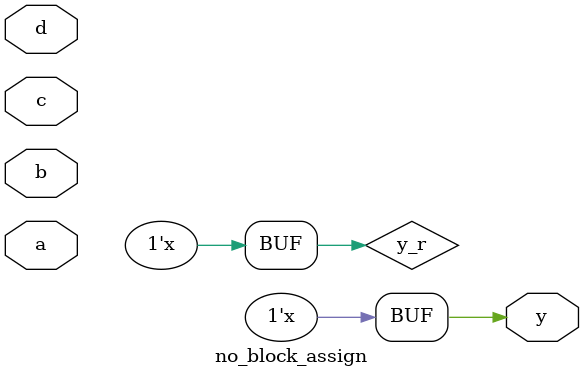
<source format=v>

module no_block_assign
        (
            input a,
            input b,
            input c,
            input d,
            
            output y        
        );
    
    reg temp1;
    reg temp2;
    reg y_r;
    
    assign y = y_r;
    
    always @(a, b, c, d, temp1, temp2)
    begin
        temp1 <= a & b;
        temp2 <= d ^ c;
        y_r <= temp1 | temp2;
    end    
endmodule
// END OF no_block_assign.v FILE ***************************************************

    
   
</source>
